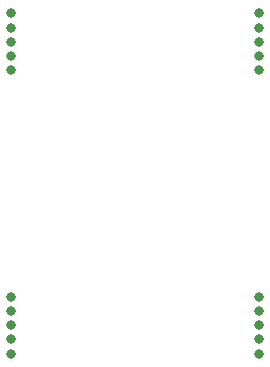
<source format=gbr>
%TF.GenerationSoftware,Altium Limited,Altium Designer,23.6.0 (18)*%
G04 Layer_Color=0*
%FSLAX45Y45*%
%MOMM*%
%TF.SameCoordinates,57B8E715-CDE8-4F81-9698-3B096703D57B*%
%TF.FilePolarity,Positive*%
%TF.FileFunction,NonPlated,1,4,NPTH,Drill*%
%TF.Part,Single*%
G01*
G75*
%TA.AperFunction,OtherDrill,Pad Free-6 (10.5mm,29.4mm)*%
%ADD42C,0.80000*%
%TA.AperFunction,OtherDrill,Pad Free-5 (10.5mm,28.2mm)*%
%ADD43C,0.80000*%
%TA.AperFunction,OtherDrill,Pad Free-4 (10.5mm,27mm)*%
%ADD44C,0.80000*%
%TA.AperFunction,OtherDrill,Pad Free-3 (10.5mm,25.8mm)*%
%ADD45C,0.80000*%
%TA.AperFunction,OtherDrill,Pad Free-2 (10.5mm,24.6mm)*%
%ADD46C,0.80000*%
%TA.AperFunction,OtherDrill,Pad Free-6 (-10.5mm,29.4mm)*%
%ADD47C,0.80000*%
%TA.AperFunction,OtherDrill,Pad Free-5 (-10.5mm,28.2mm)*%
%ADD48C,0.80000*%
%TA.AperFunction,OtherDrill,Pad Free-4 (-10.5mm,27mm)*%
%ADD49C,0.80000*%
%TA.AperFunction,OtherDrill,Pad Free-3 (-10.5mm,25.8mm)*%
%ADD50C,0.80000*%
%TA.AperFunction,OtherDrill,Pad Free-2 (-10.5mm,24.6mm)*%
%ADD51C,0.80000*%
%TA.AperFunction,OtherDrill,Pad Free-2 (10.5mm,5.4mm)*%
%ADD52C,0.80000*%
%TA.AperFunction,OtherDrill,Pad Free-3 (10.5mm,4.2mm)*%
%ADD53C,0.80000*%
%TA.AperFunction,OtherDrill,Pad Free-4 (10.5mm,3mm)*%
%ADD54C,0.80000*%
%TA.AperFunction,OtherDrill,Pad Free-5 (10.5mm,1.8mm)*%
%ADD55C,0.80000*%
%TA.AperFunction,OtherDrill,Pad Free-6 (10.5mm,0.6mm)*%
%ADD56C,0.80000*%
%TA.AperFunction,OtherDrill,Pad Free-6 (-10.5mm,0.6mm)*%
%ADD57C,0.80000*%
%TA.AperFunction,OtherDrill,Pad Free-5 (-10.5mm,1.8mm)*%
%ADD58C,0.80000*%
%TA.AperFunction,OtherDrill,Pad Free-4 (-10.5mm,3mm)*%
%ADD59C,0.80000*%
%TA.AperFunction,OtherDrill,Pad Free-3 (-10.5mm,4.2mm)*%
%ADD60C,0.80000*%
%TA.AperFunction,OtherDrill,Pad Free-2 (-10.5mm,5.4mm)*%
%ADD61C,0.80000*%
D42*
X1050042Y2939997D02*
D03*
D43*
Y2819997D02*
D03*
D44*
Y2699997D02*
D03*
D45*
Y2579997D02*
D03*
D46*
Y2459997D02*
D03*
D47*
X-1049958Y2940000D02*
D03*
D48*
Y2820000D02*
D03*
D49*
Y2700000D02*
D03*
D50*
Y2580000D02*
D03*
D51*
Y2460000D02*
D03*
D52*
X1050000Y540000D02*
D03*
D53*
Y420000D02*
D03*
D54*
Y300000D02*
D03*
D55*
Y180000D02*
D03*
D56*
Y60000D02*
D03*
D57*
X-1050000D02*
D03*
D58*
Y180000D02*
D03*
D59*
Y300000D02*
D03*
D60*
Y420000D02*
D03*
D61*
Y540000D02*
D03*
%TF.MD5,64ef8e454a468b3af0623d228197e310*%
M02*

</source>
